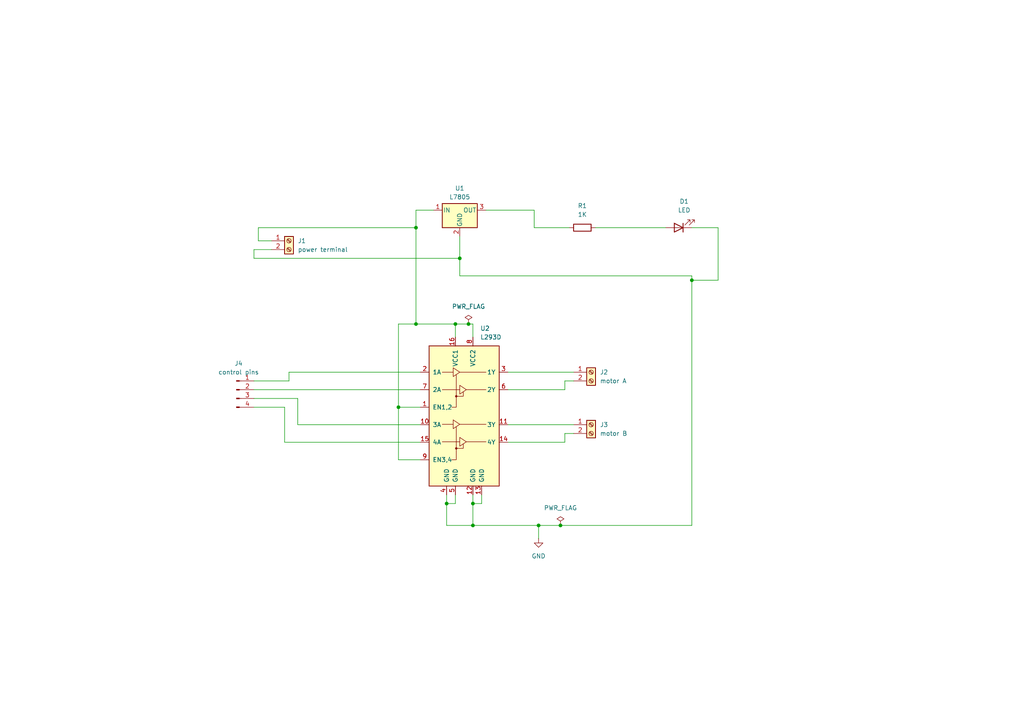
<source format=kicad_sch>
(kicad_sch (version 20250114) (generator "eeschema") (generator_version "9.0")
  (paper "A4")
  (lib_symbols
    (symbol "Connector:Conn_01x04_Pin" (pin_names (offset 1.016) (hide yes))
      (property "Reference" "J" (at 0 5.08 0))
      (property "Value" "Conn_01x04_Pin" (at 0 -7.62 0))
      (symbol "Conn_01x04_Pin_1_1"
        (rectangle (start 0.8636 2.667) (end 0 2.413) (stroke (width 0.1524)) (fill (type outline)))
        (rectangle (start 0.8636 0.127) (end 0 -0.127) (stroke (width 0.1524)) (fill (type outline)))
        (rectangle (start 0.8636 -2.413) (end 0 -2.667) (stroke (width 0.1524)) (fill (type outline)))
        (rectangle (start 0.8636 -4.953) (end 0 -5.207) (stroke (width 0.1524)) (fill (type outline)))
        (polyline (pts (xy 1.27 2.54) (xy 0.8636 2.54)) (stroke (width 0.1524)))
        (polyline (pts (xy 1.27 0) (xy 0.8636 0)) (stroke (width 0.1524)))
        (polyline (pts (xy 1.27 -2.54) (xy 0.8636 -2.54)) (stroke (width 0.1524)))
        (polyline (pts (xy 1.27 -5.08) (xy 0.8636 -5.08)) (stroke (width 0.1524)))
        (pin passive line (at 5.08 2.54 180) (length 3.81) (name "Pin_1") (number "1"))
        (pin passive line (at 5.08 0 180) (length 3.81) (name "Pin_2") (number "2"))
        (pin passive line (at 5.08 -2.54 180) (length 3.81) (name "Pin_3") (number "3"))
        (pin passive line (at 5.08 -5.08 180) (length 3.81) (name "Pin_4") (number "4"))
      )
    )
    (symbol "Connector:Screw_Terminal_01x02" (pin_names (offset 1.016) (hide yes))
      (property "Reference" "J" (at 0 2.54 0))
      (property "Value" "Screw_Terminal_01x02" (at 0 -5.08 0))
      (symbol "Screw_Terminal_01x02_1_1"
        (rectangle (start -1.27 1.27) (end 1.27 -3.81) (stroke (width 0.254)) (fill (type background)))
        (polyline (pts (xy -0.5334 0.3302) (xy 0.3302 -0.508)) (stroke (width 0.1524)))
        (polyline (pts (xy -0.5334 -2.2098) (xy 0.3302 -3.048)) (stroke (width 0.1524)))
        (polyline (pts (xy -0.3556 0.508) (xy 0.508 -0.3302)) (stroke (width 0.1524)))
        (polyline (pts (xy -0.3556 -2.032) (xy 0.508 -2.8702)) (stroke (width 0.1524)))
        (circle (center 0 0) (radius 0.635) (stroke (width 0.1524)))
        (circle (center 0 -2.54) (radius 0.635) (stroke (width 0.1524)))
        (pin passive line (at -5.08 0 0) (length 3.81) (name "Pin_1") (number "1"))
        (pin passive line (at -5.08 -2.54 0) (length 3.81) (name "Pin_2") (number "2"))
      )
    )
    (symbol "Device:LED" (pin_numbers (hide yes)) (pin_names (offset 1.016) (hide yes))
      (property "Reference" "D" (at 0 2.54 0))
      (property "Value" "LED" (at 0 -2.54 0))
      (symbol "LED_0_1"
        (polyline (pts (xy -3.048 -0.762) (xy -4.572 -2.286) (xy -3.81 -2.286) (xy -4.572 -2.286) (xy -4.572 -1.524)))
        (polyline (pts (xy -1.778 -0.762) (xy -3.302 -2.286) (xy -2.54 -2.286) (xy -3.302 -2.286) (xy -3.302 -1.524)))
        (polyline (pts (xy -1.27 0) (xy 1.27 0)))
        (polyline (pts (xy -1.27 -1.27) (xy -1.27 1.27)) (stroke (width 0.254)))
        (polyline (pts (xy 1.27 -1.27) (xy 1.27 1.27) (xy -1.27 0) (xy 1.27 -1.27)) (stroke (width 0.254)))
      )
      (symbol "LED_1_1"
        (pin passive line (at -3.81 0 0) (length 2.54) (name "K") (number "1"))
        (pin passive line (at 3.81 0 180) (length 2.54) (name "A") (number "2"))
      )
    )
    (symbol "Device:R" (pin_numbers (hide yes)) (pin_names (offset 0))
      (property "Reference" "R" (at 2.032 0 90))
      (property "Value" "R" (at 0 0 90))
      (symbol "R_0_1"
        (rectangle (start -1.016 -2.54) (end 1.016 2.54) (stroke (width 0.254)))
      )
      (symbol "R_1_1"
        (pin passive line (at 0 3.81 270) (length 1.27) (name "~") (number "1"))
        (pin passive line (at 0 -3.81 90) (length 1.27) (name "~") (number "2"))
      )
    )
    (symbol "Driver_Motor:L293D" (pin_names (offset 1.016))
      (property "Reference" "U" (at -5.08 26.035 0))
      (property "Value" "L293D" (at -5.08 24.13 0))
      (symbol "L293D_0_1"
        (rectangle (start -10.16 22.86) (end 10.16 -17.78) (stroke (width 0.254)) (fill (type background)))
        (polyline (pts (xy -6.35 15.24) (xy -3.175 15.24)))
        (polyline (pts (xy -6.35 10.16) (xy -1.27 10.16)))
        (polyline (pts (xy -6.35 0.127) (xy -3.175 0.127)))
        (polyline (pts (xy -6.35 -4.953) (xy -1.27 -4.953)))
        (polyline (pts (xy -3.175 16.51) (xy -3.175 13.97) (xy -1.27 15.24) (xy -3.175 16.51)))
        (polyline (pts (xy -3.175 1.397) (xy -3.175 -1.143) (xy -1.27 0.127) (xy -3.175 1.397)))
        (polyline (pts (xy -2.286 14.478) (xy -2.286 5.08) (xy -3.556 5.08)))
        (circle (center -2.286 8.255) (radius 0.254) (fill (type outline)))
        (polyline (pts (xy -2.286 8.255) (xy -0.254 8.255) (xy -0.254 9.525)))
        (polyline (pts (xy -2.286 -0.635) (xy -2.286 -10.16) (xy -3.556 -10.16)))
        (circle (center -2.286 -6.858) (radius 0.254) (fill (type outline)))
        (polyline (pts (xy -2.286 -6.858) (xy -0.254 -6.858) (xy -0.254 -5.588)))
        (polyline (pts (xy -1.27 15.24) (xy 6.35 15.24)))
        (polyline (pts (xy -1.27 11.43) (xy -1.27 8.89) (xy 0.635 10.16) (xy -1.27 11.43)))
        (polyline (pts (xy -1.27 0.127) (xy 6.35 0.127)))
        (polyline (pts (xy -1.27 -3.683) (xy -1.27 -6.223) (xy 0.635 -4.953) (xy -1.27 -3.683)))
        (polyline (pts (xy 0.635 10.16) (xy 6.35 10.16)))
        (polyline (pts (xy 0.635 -4.953) (xy 6.35 -4.953)))
      )
      (symbol "L293D_1_1"
        (pin input line (at -12.7 15.24 0) (length 2.54) (name "1A") (number "2"))
        (pin input line (at -12.7 10.16 0) (length 2.54) (name "2A") (number "7"))
        (pin input line (at -12.7 5.08 0) (length 2.54) (name "EN1,2") (number "1"))
        (pin input line (at -12.7 0 0) (length 2.54) (name "3A") (number "10"))
        (pin input line (at -12.7 -5.08 0) (length 2.54) (name "4A") (number "15"))
        (pin input line (at -12.7 -10.16 0) (length 2.54) (name "EN3,4") (number "9"))
        (pin power_in line (at -5.08 -20.32 90) (length 2.54) (name "GND") (number "4"))
        (pin power_in line (at -2.54 25.4 270) (length 2.54) (name "VCC1") (number "16"))
        (pin power_in line (at -2.54 -20.32 90) (length 2.54) (name "GND") (number "5"))
        (pin power_in line (at 2.54 25.4 270) (length 2.54) (name "VCC2") (number "8"))
        (pin power_in line (at 2.54 -20.32 90) (length 2.54) (name "GND") (number "12"))
        (pin power_in line (at 5.08 -20.32 90) (length 2.54) (name "GND") (number "13"))
        (pin output line (at 12.7 15.24 180) (length 2.54) (name "1Y") (number "3"))
        (pin output line (at 12.7 10.16 180) (length 2.54) (name "2Y") (number "6"))
        (pin output line (at 12.7 0 180) (length 2.54) (name "3Y") (number "11"))
        (pin output line (at 12.7 -5.08 180) (length 2.54) (name "4Y") (number "14"))
      )
    )
    (symbol "Regulator_Linear:L7805" (pin_names (offset 0.254))
      (property "Reference" "U" (at -3.81 3.175 0))
      (property "Value" "L7805" (at 0 3.175 0))
      (symbol "L7805_0_1"
        (rectangle (start -5.08 1.905) (end 5.08 -5.08) (stroke (width 0.254)) (fill (type background)))
      )
      (symbol "L7805_1_1"
        (pin power_in line (at -7.62 0 0) (length 2.54) (name "IN") (number "1"))
        (pin power_in line (at 0 -7.62 90) (length 2.54) (name "GND") (number "2"))
        (pin power_out line (at 7.62 0 180) (length 2.54) (name "OUT") (number "3"))
      )
    )
    (symbol "power:GND" (power) (pin_numbers (hide yes)) (pin_names (offset 0) (hide yes))
      (property "Value" "GND" (at 0 -3.81 0))
      (symbol "GND_0_1"
        (polyline (pts (xy 0 0) (xy 0 -1.27) (xy 1.27 -1.27) (xy 0 -2.54) (xy -1.27 -1.27) (xy 0 -1.27)))
      )
      (symbol "GND_1_1"
        (pin power_in line (at 0 0 270) (length 0) (name "~") (number "1"))
      )
    )
    (symbol "power:PWR_FLAG" (power) (pin_numbers (hide yes)) (pin_names (offset 0) (hide yes))
      (property "Value" "PWR_FLAG" (at 0 3.81 0))
      (symbol "PWR_FLAG_0_0"
        (pin power_out line (at 0 0 90) (length 0) (name "~") (number "1"))
      )
      (symbol "PWR_FLAG_0_1"
        (polyline (pts (xy 0 0) (xy 0 1.27) (xy -1.016 1.905) (xy 0 2.54) (xy 1.016 1.905) (xy 0 1.27)))
      )
    )
  )
  (junction (at 132.08 93.98))
  (junction (at 115.57 118.11))
  (junction (at 133.35 74.93))
  (junction (at 137.16 152.4))
  (junction (at 129.54 146.05))
  (junction (at 200.66 81.28))
  (junction (at 120.65 93.98))
  (junction (at 120.65 66.04))
  (junction (at 135.89 93.98))
  (junction (at 156.21 152.4))
  (junction (at 162.56 152.4))
  (junction (at 137.16 146.05))
  (wire (pts (xy 200.66 66.04) (xy 208.28 66.04)))
  (wire (pts (xy 166.37 110.49) (xy 163.83 110.49)))
  (wire (pts (xy 82.55 118.11) (xy 73.66 118.11)))
  (wire (pts (xy 137.16 97.79) (xy 137.16 93.98)))
  (wire (pts (xy 133.35 74.93) (xy 133.35 80.01)))
  (wire (pts (xy 140.97 60.96) (xy 154.94 60.96)))
  (wire (pts (xy 132.08 146.05) (xy 129.54 146.05)))
  (wire (pts (xy 163.83 128.27) (xy 163.83 125.73)))
  (wire (pts (xy 154.94 60.96) (xy 154.94 66.04)))
  (wire (pts (xy 73.66 72.39) (xy 73.66 74.93)))
  (wire (pts (xy 121.92 107.95) (xy 83.82 107.95)))
  (wire (pts (xy 82.55 128.27) (xy 82.55 118.11)))
  (wire (pts (xy 137.16 143.51) (xy 137.16 146.05)))
  (wire (pts (xy 121.92 128.27) (xy 82.55 128.27)))
  (wire (pts (xy 139.7 143.51) (xy 139.7 146.05)))
  (wire (pts (xy 172.72 66.04) (xy 193.04 66.04)))
  (wire (pts (xy 120.65 93.98) (xy 115.57 93.98)))
  (wire (pts (xy 115.57 118.11) (xy 121.92 118.11)))
  (wire (pts (xy 163.83 125.73) (xy 166.37 125.73)))
  (wire (pts (xy 120.65 93.98) (xy 132.08 93.98)))
  (wire (pts (xy 73.66 74.93) (xy 133.35 74.93)))
  (wire (pts (xy 154.94 66.04) (xy 165.1 66.04)))
  (wire (pts (xy 162.56 152.4) (xy 156.21 152.4)))
  (wire (pts (xy 86.36 115.57) (xy 73.66 115.57)))
  (wire (pts (xy 137.16 93.98) (xy 135.89 93.98)))
  (wire (pts (xy 200.66 152.4) (xy 162.56 152.4)))
  (wire (pts (xy 133.35 68.58) (xy 133.35 74.93)))
  (wire (pts (xy 115.57 118.11) (xy 115.57 133.35)))
  (wire (pts (xy 78.74 69.85) (xy 74.93 69.85)))
  (wire (pts (xy 132.08 93.98) (xy 132.08 97.79)))
  (wire (pts (xy 115.57 133.35) (xy 121.92 133.35)))
  (wire (pts (xy 147.32 123.19) (xy 166.37 123.19)))
  (wire (pts (xy 156.21 156.21) (xy 156.21 152.4)))
  (wire (pts (xy 83.82 107.95) (xy 83.82 110.49)))
  (wire (pts (xy 137.16 152.4) (xy 129.54 152.4)))
  (wire (pts (xy 129.54 152.4) (xy 129.54 146.05)))
  (wire (pts (xy 120.65 60.96) (xy 120.65 66.04)))
  (wire (pts (xy 147.32 107.95) (xy 166.37 107.95)))
  (wire (pts (xy 200.66 80.01) (xy 200.66 81.28)))
  (wire (pts (xy 120.65 66.04) (xy 120.65 93.98)))
  (wire (pts (xy 208.28 66.04) (xy 208.28 81.28)))
  (wire (pts (xy 133.35 80.01) (xy 200.66 80.01)))
  (wire (pts (xy 78.74 72.39) (xy 73.66 72.39)))
  (wire (pts (xy 163.83 110.49) (xy 163.83 113.03)))
  (wire (pts (xy 125.73 60.96) (xy 120.65 60.96)))
  (wire (pts (xy 139.7 146.05) (xy 137.16 146.05)))
  (wire (pts (xy 115.57 93.98) (xy 115.57 118.11)))
  (wire (pts (xy 129.54 146.05) (xy 129.54 143.51)))
  (wire (pts (xy 74.93 66.04) (xy 120.65 66.04)))
  (wire (pts (xy 156.21 152.4) (xy 137.16 152.4)))
  (wire (pts (xy 73.66 113.03) (xy 121.92 113.03)))
  (wire (pts (xy 200.66 81.28) (xy 200.66 152.4)))
  (wire (pts (xy 74.93 69.85) (xy 74.93 66.04)))
  (wire (pts (xy 163.83 113.03) (xy 147.32 113.03)))
  (wire (pts (xy 137.16 146.05) (xy 137.16 152.4)))
  (wire (pts (xy 132.08 143.51) (xy 132.08 146.05)))
  (wire (pts (xy 208.28 81.28) (xy 200.66 81.28)))
  (wire (pts (xy 86.36 123.19) (xy 86.36 115.57)))
  (wire (pts (xy 132.08 93.98) (xy 135.89 93.98)))
  (wire (pts (xy 73.66 110.49) (xy 83.82 110.49)))
  (wire (pts (xy 121.92 123.19) (xy 86.36 123.19)))
  (wire (pts (xy 147.32 128.27) (xy 163.83 128.27)))
  (symbol (lib_id "Connector:Screw_Terminal_01x02") (at 171.45 123.19 0) (unit 1)
    (property "Reference" "J3" (at 173.99 123.1899 0) (effects (justify left)))
    (property "Value" "motor B" (at 173.99 125.7299 0) (effects (justify left)))
    (property "Footprint" "TerminalBlock_Phoenix:TerminalBlock_Phoenix_MKDS-1,5-2-5.08_1x02_P5.08mm_Horizontal" (effects (hide yes)))
    (property "Description" "Generic screw terminal, single row, 01x02, script generated (kicad-library-utils/schlib/autogen/connector/)" (effects (hide yes)))
  )
  (symbol (lib_id "Connector:Screw_Terminal_01x02") (at 171.45 107.95 0) (unit 1)
    (property "Reference" "J2" (at 173.99 107.9499 0) (effects (justify left)))
    (property "Value" "motor A" (at 173.99 110.4899 0) (effects (justify left)))
    (property "Footprint" "TerminalBlock_Phoenix:TerminalBlock_Phoenix_MKDS-1,5-2-5.08_1x02_P5.08mm_Horizontal" (effects (hide yes)))
    (property "Description" "Generic screw terminal, single row, 01x02, script generated (kicad-library-utils/schlib/autogen/connector/)" (effects (hide yes)))
  )
  (symbol (lib_id "power:PWR_FLAG") (at 162.56 152.4 0) (unit 1)
    (property "Reference" "#FLG02" (effects (hide yes)))
    (property "Value" "PWR_FLAG" (at 162.56 147.32 0))
    (property "Description" "Special symbol for telling ERC where power comes from" (effects (hide yes)))
  )
  (symbol (lib_id "Device:LED") (at 196.85 66.04 180) (unit 1)
    (property "Reference" "D1" (at 198.4375 58.42 0))
    (property "Value" "LED" (at 198.4375 60.96 0))
    (property "Footprint" "LED_THT:LED_D3.0mm" (effects (hide yes)))
    (property "Description" "Light emitting diode" (effects (hide yes)))
    (property "Sim.Pins" "1=K 2=A" (effects (hide yes)))
  )
  (symbol (lib_id "Device:R") (at 168.91 66.04 90) (unit 1)
    (property "Reference" "R1" (at 168.91 59.69 90))
    (property "Value" "1K" (at 168.91 62.23 90))
    (property "Footprint" "Resistor_THT:R_Axial_DIN0309_L9.0mm_D3.2mm_P15.24mm_Horizontal" (effects (hide yes)))
    (property "Description" "Resistor" (effects (hide yes)))
  )
  (symbol (lib_id "power:PWR_FLAG") (at 135.89 93.98 0) (unit 1)
    (property "Reference" "#FLG01" (effects (hide yes)))
    (property "Value" "PWR_FLAG" (at 135.89 88.9 0))
    (property "Description" "Special symbol for telling ERC where power comes from" (effects (hide yes)))
  )
  (symbol (lib_id "power:GND") (at 156.21 156.21 0) (unit 1)
    (property "Reference" "#PWR01" (effects (hide yes)))
    (property "Value" "GND" (at 156.21 161.29 0))
    (property "Description" "Power symbol creates a global label with name \"GND\" , ground" (effects (hide yes)))
  )
  (symbol (lib_id "Regulator_Linear:L7805") (at 133.35 60.96 0) (unit 1)
    (property "Reference" "U1" (at 133.35 54.61 0))
    (property "Value" "L7805" (at 133.35 57.15 0))
    (property "Footprint" "Package_DIP:Vishay_HVM-DIP-3_W7.62mm" (effects (hide yes)))
    (property "Datasheet" "http://www.st.com/content/ccc/resource/technical/document/datasheet/41/4f/b3/b0/12/d4/47/88/CD00000444.pdf/files/CD00000444.pdf/jcr:content/translations/en.CD00000444.pdf" (effects (hide yes)))
    (property "Description" "Positive 1.5A 35V Linear Regulator, Fixed Output 5V, TO-220/TO-263/TO-252" (effects (hide yes)))
  )
  (symbol (lib_id "Connector:Screw_Terminal_01x02") (at 83.82 69.85 0) (unit 1)
    (property "Reference" "J1" (at 86.36 69.8499 0) (effects (justify left)))
    (property "Value" "power terminal" (at 86.36 72.3899 0) (effects (justify left)))
    (property "Footprint" "TerminalBlock_Phoenix:TerminalBlock_Phoenix_MKDS-1,5-2-5.08_1x02_P5.08mm_Horizontal" (effects (hide yes)))
    (property "Description" "Generic screw terminal, single row, 01x02, script generated (kicad-library-utils/schlib/autogen/connector/)" (effects (hide yes)))
  )
  (symbol (lib_id "Connector:Conn_01x04_Pin") (at 68.58 113.03 0) (unit 1)
    (property "Reference" "J4" (at 69.215 105.41 0))
    (property "Value" "control pins" (at 69.215 107.95 0))
    (property "Footprint" "Connector_PinHeader_1.00mm:PinHeader_1x04_P1.00mm_Vertical" (effects (hide yes)))
    (property "Description" "Generic connector, single row, 01x04, script generated" (effects (hide yes)))
  )
  (symbol (lib_id "Driver_Motor:L293D") (at 134.62 123.19 0) (unit 1)
    (property "Reference" "U2" (at 139.3033 95.25 0) (effects (justify left)))
    (property "Value" "L293D" (at 139.3033 97.79 0) (effects (justify left)))
    (property "Footprint" "Package_DIP:DIP-16_W7.62mm" (effects (hide yes)))
    (property "Datasheet" "http://www.ti.com/lit/ds/symlink/l293.pdf" (effects (hide yes)))
    (property "Description" "Quadruple Half-H Drivers" (effects (hide yes)))
  )
)
</source>
